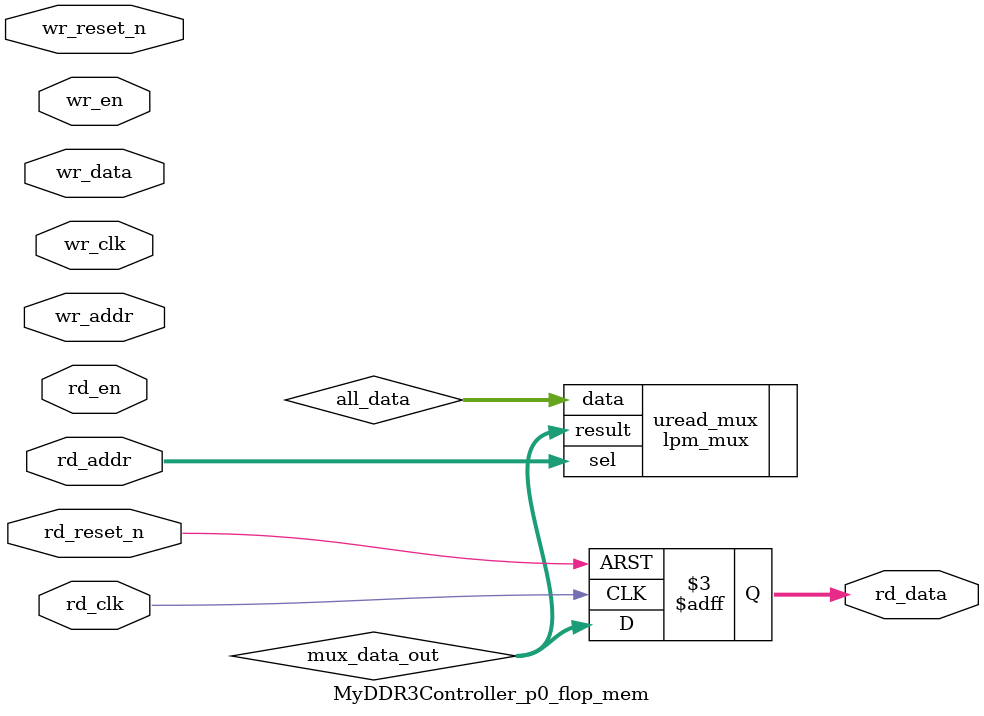
<source format=v>



`timescale 1 ps / 1 ps

(* altera_attribute = "-name ALLOW_SYNCH_CTRL_USAGE ON;-name AUTO_CLOCK_ENABLE_RECOGNITION ON" *)
module MyDDR3Controller_p0_flop_mem(
	wr_reset_n,
	wr_clk,
	wr_en,
	wr_addr,
	wr_data,
	rd_reset_n,
	rd_clk,
	rd_en,
	rd_addr,
	rd_data
);

parameter WRITE_MEM_DEPTH	= "";
parameter WRITE_ADDR_WIDTH	= "";
parameter WRITE_DATA_WIDTH	= "";
parameter READ_MEM_DEPTH	= "";
parameter READ_ADDR_WIDTH	= "";		 
parameter READ_DATA_WIDTH	= "";


input	wr_reset_n;
input	wr_clk;
input	wr_en;
input	[WRITE_ADDR_WIDTH-1:0] wr_addr;
input	[WRITE_DATA_WIDTH-1:0] wr_data;
input	rd_reset_n;
input	rd_clk;
input	rd_en;
input	[READ_ADDR_WIDTH-1:0] rd_addr;
output	[READ_DATA_WIDTH-1:0] rd_data;



wire	[WRITE_DATA_WIDTH*WRITE_MEM_DEPTH-1:0] all_data;
wire	[READ_DATA_WIDTH-1:0] mux_data_out;



// declare a memory with WRITE_MEM_DEPTH entries
// each entry contains a data size of WRITE_DATA_WIDTH
reg	[WRITE_DATA_WIDTH-1:0] data_stored [0:WRITE_MEM_DEPTH-1] /* synthesis syn_preserve = 1 */;
reg	[READ_DATA_WIDTH-1:0] rd_data;

generate
genvar entry;
	for (entry=0; entry < WRITE_MEM_DEPTH; entry=entry+1)
	begin: mem_location
		assign all_data[(WRITE_DATA_WIDTH*(entry+1)-1) : (WRITE_DATA_WIDTH*entry)] = data_stored[entry]; 
		
		always @(posedge wr_clk or negedge wr_reset_n)
		begin
			if (~wr_reset_n) begin
				data_stored[entry] <= {WRITE_DATA_WIDTH{1'b0}};
			end else begin
				if (wr_en) begin
					if (entry == wr_addr) begin
						data_stored[entry] <= wr_data;
					end
				end
			end
		end		
	end
endgenerate

// mux to select the correct output data based on read address
lpm_mux	uread_mux(
	.sel (rd_addr),
	.data (all_data),
	.result (mux_data_out)
	// synopsys translate_off
	,
	.aclr (),
	.clken (),
	.clock ()
	// synopsys translate_on
	);
 defparam uread_mux.lpm_size = READ_MEM_DEPTH;
 defparam uread_mux.lpm_type = "LPM_MUX";
 defparam uread_mux.lpm_width = READ_DATA_WIDTH;
 defparam uread_mux.lpm_widths = READ_ADDR_WIDTH;

always @(posedge rd_clk or negedge rd_reset_n)	
begin
	if (~rd_reset_n) begin
		rd_data <= {READ_DATA_WIDTH{1'b0}};
	end else begin
		rd_data <= mux_data_out;
	end
end

endmodule

</source>
